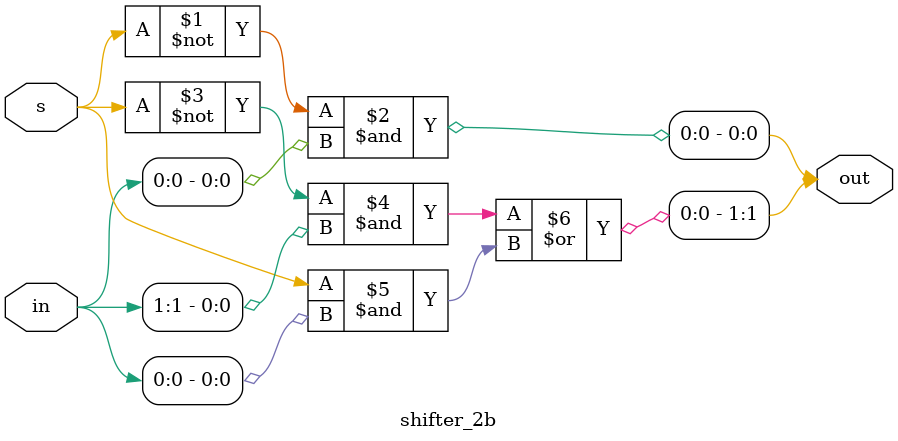
<source format=sv>
module shifter_2b(
    input s,        // Shift signal
    input [1:0] in, // 2-bit input
    output [1:0] out // 2-bit output
);

assign out[0] = ~s & in[0];
assign out[1] = (~s & in[1]) | (s & in[0]);

endmodule

</source>
